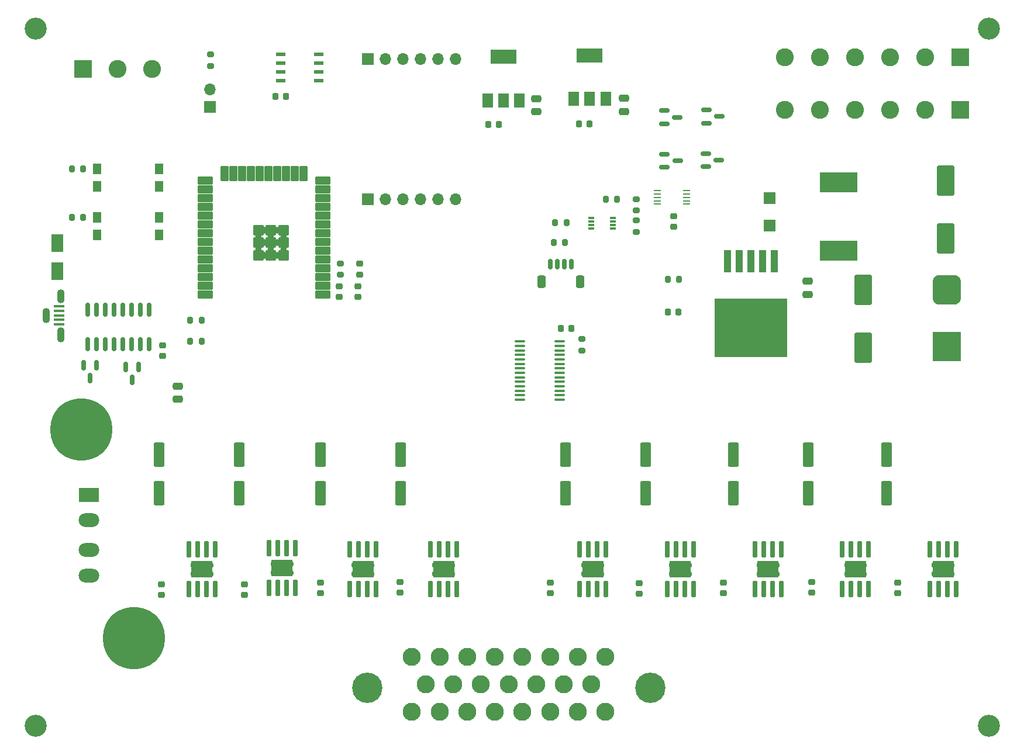
<source format=gbr>
%TF.GenerationSoftware,KiCad,Pcbnew,7.0.9*%
%TF.CreationDate,2024-01-10T08:13:28-06:00*%
%TF.ProjectId,RC15,52433135-2e6b-4696-9361-645f70636258,rev?*%
%TF.SameCoordinates,Original*%
%TF.FileFunction,Soldermask,Top*%
%TF.FilePolarity,Negative*%
%FSLAX46Y46*%
G04 Gerber Fmt 4.6, Leading zero omitted, Abs format (unit mm)*
G04 Created by KiCad (PCBNEW 7.0.9) date 2024-01-10 08:13:28*
%MOMM*%
%LPD*%
G01*
G04 APERTURE LIST*
G04 Aperture macros list*
%AMRoundRect*
0 Rectangle with rounded corners*
0 $1 Rounding radius*
0 $2 $3 $4 $5 $6 $7 $8 $9 X,Y pos of 4 corners*
0 Add a 4 corners polygon primitive as box body*
4,1,4,$2,$3,$4,$5,$6,$7,$8,$9,$2,$3,0*
0 Add four circle primitives for the rounded corners*
1,1,$1+$1,$2,$3*
1,1,$1+$1,$4,$5*
1,1,$1+$1,$6,$7*
1,1,$1+$1,$8,$9*
0 Add four rect primitives between the rounded corners*
20,1,$1+$1,$2,$3,$4,$5,0*
20,1,$1+$1,$4,$5,$6,$7,0*
20,1,$1+$1,$6,$7,$8,$9,0*
20,1,$1+$1,$8,$9,$2,$3,0*%
G04 Aperture macros list end*
%ADD10C,0.966000*%
%ADD11RoundRect,0.102000X0.665000X0.665000X-0.665000X0.665000X-0.665000X-0.665000X0.665000X-0.665000X0*%
%ADD12RoundRect,0.102000X1.000000X0.450000X-1.000000X0.450000X-1.000000X-0.450000X1.000000X-0.450000X0*%
%ADD13RoundRect,0.102000X0.450000X1.000000X-0.450000X1.000000X-0.450000X-1.000000X0.450000X-1.000000X0*%
%ADD14R,1.460500X0.533400*%
%ADD15R,2.600000X2.600000*%
%ADD16C,2.600000*%
%ADD17RoundRect,0.150000X-0.587500X-0.150000X0.587500X-0.150000X0.587500X0.150000X-0.587500X0.150000X0*%
%ADD18RoundRect,0.225000X-0.250000X0.225000X-0.250000X-0.225000X0.250000X-0.225000X0.250000X0.225000X0*%
%ADD19RoundRect,0.150000X-0.150000X0.825000X-0.150000X-0.825000X0.150000X-0.825000X0.150000X0.825000X0*%
%ADD20RoundRect,0.250000X-0.475000X0.250000X-0.475000X-0.250000X0.475000X-0.250000X0.475000X0.250000X0*%
%ADD21R,1.500000X2.000000*%
%ADD22R,3.800000X2.000000*%
%ADD23C,0.770000*%
%ADD24RoundRect,0.070000X-0.250000X1.100000X-0.250000X-1.100000X0.250000X-1.100000X0.250000X1.100000X0*%
%ADD25R,3.100000X2.400000*%
%ADD26RoundRect,0.250000X0.550000X-1.500000X0.550000X1.500000X-0.550000X1.500000X-0.550000X-1.500000X0*%
%ADD27C,3.200000*%
%ADD28R,5.400000X2.900000*%
%ADD29R,1.700000X1.700000*%
%ADD30O,1.700000X1.700000*%
%ADD31RoundRect,0.200000X0.200000X0.275000X-0.200000X0.275000X-0.200000X-0.275000X0.200000X-0.275000X0*%
%ADD32RoundRect,0.200000X0.275000X-0.200000X0.275000X0.200000X-0.275000X0.200000X-0.275000X-0.200000X0*%
%ADD33C,2.625000*%
%ADD34C,4.395000*%
%ADD35RoundRect,0.150000X0.150000X0.625000X-0.150000X0.625000X-0.150000X-0.625000X0.150000X-0.625000X0*%
%ADD36RoundRect,0.250000X0.350000X0.650000X-0.350000X0.650000X-0.350000X-0.650000X0.350000X-0.650000X0*%
%ADD37RoundRect,0.200000X-0.200000X-0.275000X0.200000X-0.275000X0.200000X0.275000X-0.200000X0.275000X0*%
%ADD38RoundRect,0.100000X-0.637500X-0.100000X0.637500X-0.100000X0.637500X0.100000X-0.637500X0.100000X0*%
%ADD39R,1.500000X0.450000*%
%ADD40O,1.100000X2.000000*%
%ADD41O,1.100000X2.200000*%
%ADD42R,1.100000X0.250000*%
%ADD43C,9.000000*%
%ADD44RoundRect,0.225000X0.225000X0.250000X-0.225000X0.250000X-0.225000X-0.250000X0.225000X-0.250000X0*%
%ADD45R,1.300000X1.500000*%
%ADD46RoundRect,0.200000X-0.275000X0.200000X-0.275000X-0.200000X0.275000X-0.200000X0.275000X0.200000X0*%
%ADD47R,1.050000X3.210000*%
%ADD48R,10.530000X8.460000*%
%ADD49R,0.850000X0.300000*%
%ADD50RoundRect,0.218750X-0.218750X-0.256250X0.218750X-0.256250X0.218750X0.256250X-0.218750X0.256250X0*%
%ADD51RoundRect,0.225000X-0.225000X-0.250000X0.225000X-0.250000X0.225000X0.250000X-0.225000X0.250000X0*%
%ADD52RoundRect,0.150000X-0.150000X0.587500X-0.150000X-0.587500X0.150000X-0.587500X0.150000X0.587500X0*%
%ADD53RoundRect,0.250000X-1.000000X1.950000X-1.000000X-1.950000X1.000000X-1.950000X1.000000X1.950000X0*%
%ADD54RoundRect,1.025000X-1.025000X-1.125000X1.025000X-1.125000X1.025000X1.125000X-1.025000X1.125000X0*%
%ADD55R,4.100000X4.300000*%
%ADD56RoundRect,0.225000X0.250000X-0.225000X0.250000X0.225000X-0.250000X0.225000X-0.250000X-0.225000X0*%
%ADD57R,1.800000X1.800000*%
%ADD58R,3.000000X2.000000*%
%ADD59O,3.000000X2.000000*%
%ADD60R,1.700000X2.500000*%
G04 APERTURE END LIST*
D10*
%TO.C,U15*%
X58503600Y-52639300D03*
X56668600Y-52639300D03*
X59421100Y-53556800D03*
X57586100Y-53556800D03*
X55751100Y-53556800D03*
X58503600Y-54474300D03*
X56668600Y-54474300D03*
X59421100Y-55391800D03*
X57586100Y-55391800D03*
X55751100Y-55391800D03*
X58503600Y-56309300D03*
X56668600Y-56309300D03*
D11*
X59421100Y-52639300D03*
X57586100Y-52639300D03*
X55751100Y-52639300D03*
X59421100Y-54474300D03*
X57586100Y-54474300D03*
X55751100Y-54474300D03*
X59421100Y-56309300D03*
X57586100Y-56309300D03*
X55751100Y-56309300D03*
D12*
X48086100Y-61974300D03*
X48086100Y-60704300D03*
X48086100Y-59434300D03*
X48086100Y-58164300D03*
X48086100Y-56894300D03*
X48086100Y-55624300D03*
X48086100Y-54354300D03*
X48086100Y-53084300D03*
X48086100Y-51814300D03*
X48086100Y-50544300D03*
X48086100Y-49274300D03*
X48086100Y-48004300D03*
X48086100Y-46734300D03*
X48086100Y-45464300D03*
D13*
X50871100Y-44464300D03*
X52141100Y-44464300D03*
X53411100Y-44464300D03*
X54681100Y-44464300D03*
X55951100Y-44464300D03*
X57221100Y-44464300D03*
X58491100Y-44464300D03*
X59761100Y-44464300D03*
X61031100Y-44464300D03*
X62301100Y-44464300D03*
D12*
X65086100Y-45464300D03*
X65086100Y-46734300D03*
X65086100Y-48004300D03*
X65086100Y-49274300D03*
X65086100Y-50544300D03*
X65086100Y-51814300D03*
X65086100Y-53084300D03*
X65086100Y-54354300D03*
X65086100Y-55624300D03*
X65086100Y-56894300D03*
X65086100Y-58164300D03*
X65086100Y-59434300D03*
X65086100Y-60704300D03*
X65086100Y-61974300D03*
%TD*%
D14*
%TO.C,U7*%
X64474150Y-31005000D03*
X64474150Y-29735000D03*
X64474150Y-28465000D03*
X64474150Y-27195000D03*
X59025850Y-27195000D03*
X59025850Y-28465000D03*
X59025850Y-29735000D03*
X59025850Y-31005000D03*
%TD*%
D15*
%TO.C,J8*%
X30400000Y-29300000D03*
D16*
X35400000Y-29300000D03*
X40400000Y-29300000D03*
%TD*%
D17*
%TO.C,D5*%
X114525000Y-35350000D03*
X114525000Y-37250000D03*
X116400000Y-36300000D03*
%TD*%
D18*
%TO.C,C15*%
X53750000Y-103975000D03*
X53750000Y-105525000D03*
%TD*%
D19*
%TO.C,U3*%
X39934300Y-64215700D03*
X38664300Y-64215700D03*
X37394300Y-64215700D03*
X36124300Y-64215700D03*
X34854300Y-64215700D03*
X33584300Y-64215700D03*
X32314300Y-64215700D03*
X31044300Y-64215700D03*
X31044300Y-69165700D03*
X32314300Y-69165700D03*
X33584300Y-69165700D03*
X34854300Y-69165700D03*
X36124300Y-69165700D03*
X37394300Y-69165700D03*
X38664300Y-69165700D03*
X39934300Y-69165700D03*
%TD*%
D20*
%TO.C,C7*%
X108750000Y-33550000D03*
X108750000Y-35450000D03*
%TD*%
D18*
%TO.C,C33*%
X98000000Y-103725000D03*
X98000000Y-105275000D03*
%TD*%
D21*
%TO.C,IC1*%
X101450000Y-33650000D03*
X103750000Y-33650000D03*
X106050000Y-33650000D03*
D22*
X103750000Y-27350000D03*
%TD*%
D23*
%TO.C,U10*%
X102900000Y-102450000D03*
X104200000Y-102450000D03*
X105500000Y-102450000D03*
X102900000Y-101150000D03*
X104200000Y-101150000D03*
X105500000Y-101150000D03*
D24*
X106105000Y-104675000D03*
X104835000Y-104675000D03*
X103565000Y-104675000D03*
X102295000Y-104675000D03*
X102295000Y-98925000D03*
X103565000Y-98925000D03*
X104835000Y-98925000D03*
X106105000Y-98925000D03*
D25*
X104200000Y-101800000D03*
%TD*%
D26*
%TO.C,C47*%
X146700000Y-90814434D03*
X146700000Y-85214434D03*
%TD*%
%TO.C,C37*%
X64733332Y-90814434D03*
X64733332Y-85214434D03*
%TD*%
D27*
%TO.C, *%
X23500000Y-23500000D03*
%TD*%
D28*
%TO.C,L1*%
X139803375Y-55650000D03*
X139803375Y-45750000D03*
%TD*%
D29*
%TO.C,J7*%
X71610000Y-48200000D03*
D30*
X74150000Y-48200000D03*
X76690000Y-48200000D03*
X79230000Y-48200000D03*
X81770000Y-48200000D03*
X84310000Y-48200000D03*
%TD*%
D31*
%TO.C,R3*%
X116700000Y-59800000D03*
X115050000Y-59800000D03*
%TD*%
D32*
%TO.C,R4*%
X67684300Y-59140700D03*
X67684300Y-57490700D03*
%TD*%
D17*
%TO.C,D8*%
X120575000Y-41550000D03*
X120575000Y-43450000D03*
X122450000Y-42500000D03*
%TD*%
D15*
%TO.C,KF3*%
X157365000Y-27595000D03*
X157365000Y-35215000D03*
D16*
X152285000Y-27595000D03*
X152285000Y-35215000D03*
X147205000Y-27595000D03*
X147205000Y-35215000D03*
X142125000Y-27595000D03*
X142125000Y-35215000D03*
X137045000Y-27595000D03*
X137045000Y-35215000D03*
X131965000Y-27595000D03*
X131965000Y-35215000D03*
%TD*%
D29*
%TO.C,J3*%
X48800000Y-34825000D03*
D30*
X48800000Y-32285000D03*
%TD*%
D21*
%TO.C,IC4*%
X88950000Y-33837500D03*
X91250000Y-33837500D03*
X93550000Y-33837500D03*
D22*
X91250000Y-27537500D03*
%TD*%
D18*
%TO.C,C11*%
X70184300Y-60790700D03*
X70184300Y-62340700D03*
%TD*%
D20*
%TO.C,C14*%
X96000000Y-33600000D03*
X96000000Y-35500000D03*
%TD*%
D33*
%TO.C,J2*%
X78000000Y-114457200D03*
X82000000Y-114457200D03*
X86000000Y-114457200D03*
X90000000Y-114457200D03*
X94000000Y-114457200D03*
X98000000Y-114457200D03*
X102000000Y-114457200D03*
X106000000Y-114457200D03*
X80000000Y-118457200D03*
X84000000Y-118457200D03*
X88000000Y-118457200D03*
X92000000Y-118457200D03*
X96000000Y-118457200D03*
X100000000Y-118457200D03*
X104000000Y-118457200D03*
X78000000Y-122457200D03*
X82000000Y-122457200D03*
X86000000Y-122457200D03*
X90000000Y-122457200D03*
X94000000Y-122457200D03*
X98000000Y-122457200D03*
X102000000Y-122457200D03*
X106000000Y-122457200D03*
D34*
X71500000Y-118957200D03*
X112500000Y-118957200D03*
%TD*%
D35*
%TO.C,J9*%
X101050000Y-57575000D03*
X100050000Y-57575000D03*
X99050000Y-57575000D03*
X98050000Y-57575000D03*
D36*
X102350000Y-60100000D03*
X96750000Y-60100000D03*
%TD*%
D17*
%TO.C,D6*%
X114584586Y-41640414D03*
X114584586Y-43540414D03*
X116459586Y-42590414D03*
%TD*%
%TO.C,D7*%
X120625000Y-35250000D03*
X120625000Y-37150000D03*
X122500000Y-36200000D03*
%TD*%
D27*
%TO.C, *%
X161500000Y-23500000D03*
%TD*%
D37*
%TO.C,R28*%
X98525000Y-54450000D03*
X100175000Y-54450000D03*
%TD*%
D23*
%TO.C,U5*%
X57900000Y-102300000D03*
X59200000Y-102300000D03*
X60500000Y-102300000D03*
X57900000Y-101000000D03*
X59200000Y-101000000D03*
X60500000Y-101000000D03*
D24*
X61105000Y-104525000D03*
X59835000Y-104525000D03*
X58565000Y-104525000D03*
X57295000Y-104525000D03*
X57295000Y-98775000D03*
X58565000Y-98775000D03*
X59835000Y-98775000D03*
X61105000Y-98775000D03*
D25*
X59200000Y-101650000D03*
%TD*%
D38*
%TO.C,U6*%
X93637500Y-68775000D03*
X93637500Y-69425000D03*
X93637500Y-70075000D03*
X93637500Y-70725000D03*
X93637500Y-71375000D03*
X93637500Y-72025000D03*
X93637500Y-72675000D03*
X93637500Y-73325000D03*
X93637500Y-73975000D03*
X93637500Y-74625000D03*
X93637500Y-75275000D03*
X93637500Y-75925000D03*
X93637500Y-76575000D03*
X93637500Y-77225000D03*
X99362500Y-77225000D03*
X99362500Y-76575000D03*
X99362500Y-75925000D03*
X99362500Y-75275000D03*
X99362500Y-74625000D03*
X99362500Y-73975000D03*
X99362500Y-73325000D03*
X99362500Y-72675000D03*
X99362500Y-72025000D03*
X99362500Y-71375000D03*
X99362500Y-70725000D03*
X99362500Y-70075000D03*
X99362500Y-69425000D03*
X99362500Y-68775000D03*
%TD*%
D26*
%TO.C,C16*%
X53000000Y-90800000D03*
X53000000Y-85200000D03*
%TD*%
D37*
%TO.C,R2*%
X28784300Y-43815700D03*
X30434300Y-43815700D03*
%TD*%
D18*
%TO.C,C1*%
X41750000Y-103950000D03*
X41750000Y-105500000D03*
%TD*%
D26*
%TO.C,C39*%
X100200000Y-90814434D03*
X100200000Y-85214434D03*
%TD*%
D39*
%TO.C,J1*%
X26934300Y-63715700D03*
X26934300Y-64365700D03*
X26934300Y-65015700D03*
X26934300Y-65665700D03*
X26934300Y-66315700D03*
D40*
X27184300Y-62215700D03*
D41*
X27184300Y-67815700D03*
X25034300Y-65015700D03*
%TD*%
D42*
%TO.C,U16*%
X117800000Y-48900000D03*
X117800000Y-48400000D03*
X117800000Y-47900000D03*
X117800000Y-47400000D03*
X117800000Y-46900000D03*
X113500000Y-46900000D03*
X113500000Y-47400000D03*
X113500000Y-47900000D03*
X113500000Y-48400000D03*
X113500000Y-48900000D03*
%TD*%
D43*
%TO.C,J5*%
X37750000Y-111750000D03*
%TD*%
D44*
%TO.C,C5*%
X103750000Y-37250000D03*
X102200000Y-37250000D03*
%TD*%
D23*
%TO.C,U2*%
X46300000Y-102450000D03*
X47600000Y-102450000D03*
X48900000Y-102450000D03*
X46300000Y-101150000D03*
X47600000Y-101150000D03*
X48900000Y-101150000D03*
D24*
X49505000Y-104675000D03*
X48235000Y-104675000D03*
X46965000Y-104675000D03*
X45695000Y-104675000D03*
X45695000Y-98925000D03*
X46965000Y-98925000D03*
X48235000Y-98925000D03*
X49505000Y-98925000D03*
D25*
X47600000Y-101800000D03*
%TD*%
D20*
%TO.C,C8*%
X135303375Y-60050000D03*
X135303375Y-61950000D03*
%TD*%
D45*
%TO.C,U1*%
X32434300Y-43795700D03*
X32434300Y-46335700D03*
X41434300Y-46335700D03*
X41434300Y-43795700D03*
%TD*%
D23*
%TO.C,U8*%
X69633332Y-102450000D03*
X70933332Y-102450000D03*
X72233332Y-102450000D03*
X69633332Y-101150000D03*
X70933332Y-101150000D03*
X72233332Y-101150000D03*
D24*
X72838332Y-104675000D03*
X71568332Y-104675000D03*
X70298332Y-104675000D03*
X69028332Y-104675000D03*
X69028332Y-98925000D03*
X70298332Y-98925000D03*
X71568332Y-98925000D03*
X72838332Y-98925000D03*
D25*
X70933332Y-101800000D03*
%TD*%
D37*
%TO.C,R5*%
X45925000Y-65750000D03*
X47575000Y-65750000D03*
%TD*%
%TO.C,R6*%
X45925000Y-68750000D03*
X47575000Y-68750000D03*
%TD*%
D26*
%TO.C,C46*%
X135400000Y-90814434D03*
X135400000Y-85214434D03*
%TD*%
D46*
%TO.C,R7*%
X48850000Y-27225000D03*
X48850000Y-28875000D03*
%TD*%
D45*
%TO.C,U4*%
X32434300Y-50795700D03*
X32434300Y-53335700D03*
X41434300Y-53335700D03*
X41434300Y-50795700D03*
%TD*%
D47*
%TO.C,IC2*%
X130503375Y-57163250D03*
X128803375Y-57163250D03*
X127103375Y-57163250D03*
X125403375Y-57163250D03*
X123703375Y-57163250D03*
D48*
X127103375Y-66793250D03*
%TD*%
D18*
%TO.C,C43*%
X148300000Y-103725000D03*
X148300000Y-105275000D03*
%TD*%
%TO.C,C41*%
X123100000Y-103725000D03*
X123100000Y-105275000D03*
%TD*%
D31*
%TO.C,R26*%
X107725000Y-48150000D03*
X106075000Y-48150000D03*
%TD*%
D18*
%TO.C,C9*%
X67434300Y-60790700D03*
X67434300Y-62340700D03*
%TD*%
%TO.C,C3*%
X41934300Y-69340700D03*
X41934300Y-70890700D03*
%TD*%
D49*
%TO.C,IC3*%
X103992000Y-50900000D03*
X103992000Y-51400000D03*
X103992000Y-51900000D03*
X103992000Y-52400000D03*
X107142000Y-52400000D03*
X107142000Y-51900000D03*
X107142000Y-51400000D03*
X107142000Y-50900000D03*
%TD*%
D37*
%TO.C,R27*%
X98725000Y-51550000D03*
X100375000Y-51550000D03*
%TD*%
D50*
%TO.C,D1*%
X115050000Y-64500000D03*
X116625000Y-64500000D03*
%TD*%
D32*
%TO.C,R25*%
X110500000Y-52925000D03*
X110500000Y-51275000D03*
%TD*%
D51*
%TO.C,C31*%
X99575000Y-66900000D03*
X101125000Y-66900000D03*
%TD*%
D26*
%TO.C,C44*%
X111800000Y-90814434D03*
X111800000Y-85214434D03*
%TD*%
D46*
%TO.C,R24*%
X110500000Y-48150000D03*
X110500000Y-49800000D03*
%TD*%
D26*
%TO.C,C45*%
X124500000Y-90814434D03*
X124500000Y-85214434D03*
%TD*%
D29*
%TO.C,J10*%
X71610000Y-27880000D03*
D30*
X74150000Y-27880000D03*
X76690000Y-27880000D03*
X79230000Y-27880000D03*
X81770000Y-27880000D03*
X84310000Y-27880000D03*
%TD*%
D20*
%TO.C,C4*%
X44134300Y-75265700D03*
X44134300Y-77165700D03*
%TD*%
D27*
%TO.C, *%
X23500000Y-124500000D03*
%TD*%
D43*
%TO.C,J6*%
X30150000Y-81550000D03*
%TD*%
D18*
%TO.C,C48*%
X115900000Y-50650000D03*
X115900000Y-52200000D03*
%TD*%
D52*
%TO.C,Q1*%
X32339300Y-72253200D03*
X30439300Y-72253200D03*
X31389300Y-74128200D03*
%TD*%
D53*
%TO.C,C12*%
X155303375Y-45500000D03*
X155303375Y-53900000D03*
%TD*%
D46*
%TO.C,R22*%
X102600000Y-68450000D03*
X102600000Y-70100000D03*
%TD*%
D26*
%TO.C,C38*%
X76400000Y-90814434D03*
X76400000Y-85214434D03*
%TD*%
D51*
%TO.C,C17*%
X58250850Y-33295000D03*
X59800850Y-33295000D03*
%TD*%
D37*
%TO.C,R1*%
X28784300Y-50835700D03*
X30434300Y-50835700D03*
%TD*%
D18*
%TO.C,C40*%
X110900000Y-103825000D03*
X110900000Y-105375000D03*
%TD*%
D54*
%TO.C,D3*%
X155403375Y-61300000D03*
D55*
X155403375Y-69500000D03*
%TD*%
D23*
%TO.C,U11*%
X115575000Y-102450000D03*
X116875000Y-102450000D03*
X118175000Y-102450000D03*
X115575000Y-101150000D03*
X116875000Y-101150000D03*
X118175000Y-101150000D03*
D24*
X118780000Y-104675000D03*
X117510000Y-104675000D03*
X116240000Y-104675000D03*
X114970000Y-104675000D03*
X114970000Y-98925000D03*
X116240000Y-98925000D03*
X117510000Y-98925000D03*
X118780000Y-98925000D03*
D25*
X116875000Y-101800000D03*
%TD*%
D18*
%TO.C,C42*%
X135900000Y-103625000D03*
X135900000Y-105175000D03*
%TD*%
D56*
%TO.C,C6*%
X70434300Y-59090700D03*
X70434300Y-57540700D03*
%TD*%
D52*
%TO.C,Q2*%
X38439300Y-72453200D03*
X36539300Y-72453200D03*
X37489300Y-74328200D03*
%TD*%
D23*
%TO.C,U9*%
X81300000Y-102450000D03*
X82600000Y-102450000D03*
X83900000Y-102450000D03*
X81300000Y-101150000D03*
X82600000Y-101150000D03*
X83900000Y-101150000D03*
D24*
X84505000Y-104675000D03*
X83235000Y-104675000D03*
X81965000Y-104675000D03*
X80695000Y-104675000D03*
X80695000Y-98925000D03*
X81965000Y-98925000D03*
X83235000Y-98925000D03*
X84505000Y-98925000D03*
D25*
X82600000Y-101800000D03*
%TD*%
D23*
%TO.C,U12*%
X128250000Y-102450000D03*
X129550000Y-102450000D03*
X130850000Y-102450000D03*
X128250000Y-101150000D03*
X129550000Y-101150000D03*
X130850000Y-101150000D03*
D24*
X131455000Y-104675000D03*
X130185000Y-104675000D03*
X128915000Y-104675000D03*
X127645000Y-104675000D03*
X127645000Y-98925000D03*
X128915000Y-98925000D03*
X130185000Y-98925000D03*
X131455000Y-98925000D03*
D25*
X129550000Y-101800000D03*
%TD*%
D57*
%TO.C,D2*%
X129803375Y-52000000D03*
X129803375Y-48000000D03*
%TD*%
D18*
%TO.C,C35*%
X76300000Y-103625000D03*
X76300000Y-105175000D03*
%TD*%
D27*
%TO.C, *%
X161500000Y-124500000D03*
%TD*%
D26*
%TO.C,C2*%
X41400000Y-90814434D03*
X41400000Y-85214434D03*
%TD*%
D58*
%TO.C,F1*%
X31250000Y-91000000D03*
D59*
X31250000Y-94700000D03*
X31250000Y-99000000D03*
X31250000Y-102700000D03*
%TD*%
D18*
%TO.C,C34*%
X64800000Y-103725000D03*
X64800000Y-105275000D03*
%TD*%
D23*
%TO.C,U13*%
X140925000Y-102450000D03*
X142225000Y-102450000D03*
X143525000Y-102450000D03*
X140925000Y-101150000D03*
X142225000Y-101150000D03*
X143525000Y-101150000D03*
D24*
X144130000Y-104675000D03*
X142860000Y-104675000D03*
X141590000Y-104675000D03*
X140320000Y-104675000D03*
X140320000Y-98925000D03*
X141590000Y-98925000D03*
X142860000Y-98925000D03*
X144130000Y-98925000D03*
D25*
X142225000Y-101800000D03*
%TD*%
D53*
%TO.C,C10*%
X143303375Y-61300000D03*
X143303375Y-69700000D03*
%TD*%
D44*
%TO.C,C13*%
X90575000Y-37337500D03*
X89025000Y-37337500D03*
%TD*%
D23*
%TO.C,U14*%
X153600000Y-102450000D03*
X154900000Y-102450000D03*
X156200000Y-102450000D03*
X153600000Y-101150000D03*
X154900000Y-101150000D03*
X156200000Y-101150000D03*
D24*
X156805000Y-104675000D03*
X155535000Y-104675000D03*
X154265000Y-104675000D03*
X152995000Y-104675000D03*
X152995000Y-98925000D03*
X154265000Y-98925000D03*
X155535000Y-98925000D03*
X156805000Y-98925000D03*
D25*
X154900000Y-101800000D03*
%TD*%
D60*
%TO.C,D4*%
X26684300Y-54565700D03*
X26684300Y-58565700D03*
%TD*%
M02*

</source>
